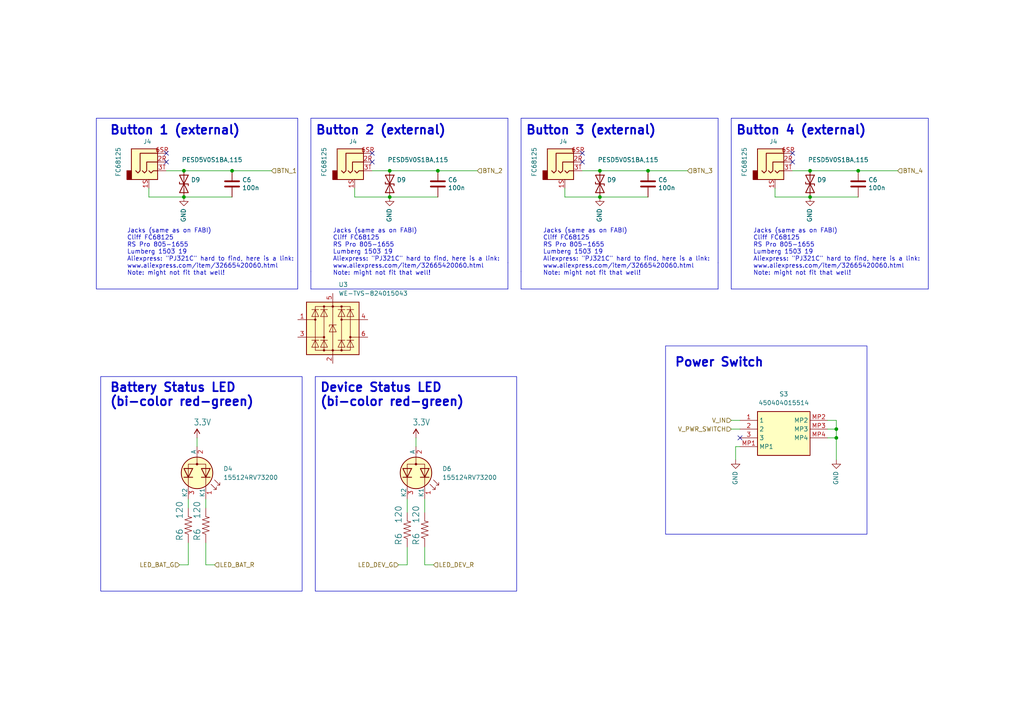
<source format=kicad_sch>
(kicad_sch (version 20230121) (generator eeschema)
  (paper "A4")
  (title_block (title "User_Interface_Peripherals"))
  (lib_symbols
    (symbol "Device:C" (pin_numbers hide) (pin_names (offset 0.254))
      (property "Reference" "C" (at 0.635 2.54 0))
      (property "Value" "C" (at 0.635 -2.54 0))
      (symbol "C_0_1"
        (polyline (pts (xy -2.032 -0.762) (xy 2.032 -0.762)) (stroke (width 0.508)))
        (polyline (pts (xy -2.032 0.762) (xy 2.032 0.762)) (stroke (width 0.508)))
      )
      (symbol "C_1_1"
        (pin passive line (at 0 3.81 270) (length 2.794) (name "~") (number "1"))
        (pin passive line (at 0 -3.81 90) (length 2.794) (name "~") (number "2"))
      )
    )
    (symbol "Device:D_TVS" (pin_numbers hide) (pin_names (offset 1.016) hide)
      (property "Reference" "D" (at 0 2.54 0))
      (property "Value" "D_TVS" (at 0 -2.54 0))
      (symbol "D_TVS_0_1"
        (polyline (pts (xy 1.27 0) (xy -1.27 0)))
        (polyline (pts (xy 0.508 1.27) (xy 0 1.27) (xy 0 -1.27) (xy -0.508 -1.27)) (stroke (width 0.254)))
        (polyline (pts (xy -2.54 1.27) (xy -2.54 -1.27) (xy 2.54 1.27) (xy 2.54 -1.27) (xy -2.54 1.27)) (stroke (width 0.254)))
      )
      (symbol "D_TVS_1_1"
        (pin passive line (at -3.81 0 0) (length 2.54) (name "A1") (number "1"))
        (pin passive line (at 3.81 0 180) (length 2.54) (name "A2") (number "2"))
      )
    )
    (symbol "Device:LED_Dual_KAK" (pin_names (offset 0))
      (property "Reference" "D" (at 0 5.715 0))
      (property "Value" "LED_Dual_KAK" (at 0 -6.35 0))
      (symbol "LED_Dual_KAK_0_1"
        (circle (center -2.54 0) (radius 0.2794) (fill (type outline)))
        (polyline (pts (xy -4.572 0) (xy -2.54 0)))
        (polyline (pts (xy 1.27 -1.27) (xy 1.27 -3.81)) (stroke (width 0.254)))
        (polyline (pts (xy 1.27 3.81) (xy 1.27 1.27)) (stroke (width 0.254)))
        (polyline (pts (xy 3.81 -2.54) (xy 1.905 -2.54)))
        (polyline (pts (xy 3.81 2.54) (xy 1.905 2.54)))
        (polyline (pts (xy -1.27 -1.27) (xy -1.27 -3.81) (xy 1.27 -2.54) (xy -1.27 -1.27)) (stroke (width 0.254)))
        (polyline (pts (xy -1.27 3.81) (xy -1.27 1.27) (xy 1.27 2.54) (xy -1.27 3.81)) (stroke (width 0.254)))
        (polyline (pts (xy 2.032 2.54) (xy -2.54 2.54) (xy -2.54 -2.54) (xy 2.032 -2.54)))
        (polyline (pts (xy 2.032 5.08) (xy 3.556 6.604) (xy 2.794 6.604) (xy 3.556 6.604) (xy 3.556 5.842)))
        (polyline (pts (xy 3.302 4.064) (xy 4.826 5.588) (xy 4.064 5.588) (xy 4.826 5.588) (xy 4.826 4.826)))
        (circle (center 0 0) (radius 4.572) (stroke (width 0.254)) (fill (type background)))
      )
      (symbol "LED_Dual_KAK_1_1"
        (pin input line (at 7.62 2.54 180) (length 3.81) (name "K1") (number "1"))
        (pin input line (at -7.62 0 0) (length 3.048) (name "A") (number "2"))
        (pin input line (at 7.62 -2.54 180) (length 3.81) (name "K2") (number "3"))
      )
    )
    (symbol "FC68125:AudioJack3_Ground"
      (property "Reference" "J" (at 0 8.89 0))
      (property "Value" "AudioJack3_Ground" (at 0 6.35 0))
      (symbol "AudioJack3_Ground_0_1"
        (rectangle (start -5.08 -2.54) (end -6.35 -5.08) (stroke (width 0.254)) (fill (type outline)))
        (polyline (pts (xy 0 -2.54) (xy 0.635 -3.175) (xy 1.27 -2.54) (xy 2.54 -2.54)) (stroke (width 0.254)))
        (polyline (pts (xy -1.905 -2.54) (xy -1.27 -3.175) (xy -0.635 -2.54) (xy -0.635 0) (xy 2.54 0)) (stroke (width 0.254)))
        (polyline (pts (xy 2.54 2.54) (xy -2.54 2.54) (xy -2.54 -2.54) (xy -3.175 -3.175) (xy -3.81 -2.54)) (stroke (width 0.254)))
        (rectangle (start 2.54 3.81) (end -5.08 -5.08) (stroke (width 0.254)) (fill (type background)))
      )
      (symbol "AudioJack3_Ground_1_1"
        (pin passive line (at 0 -7.62 90) (length 2.54) (name "~") (number "1S"))
        (pin passive line (at 5.08 0 180) (length 2.54) (name "~") (number "2R"))
        (pin passive line (at 5.08 -2.54 180) (length 2.54) (name "~") (number "3T"))
        (pin passive line (at 5.08 2.54 180) (length 2.54) (name "~") (number "6SR"))
      )
    )
    (symbol "HeadMouse:450404015514"
      (property "Reference" "S" (at 21.59 7.62 0))
      (property "Value" "450404015514" (at 21.59 5.08 0))
      (symbol "450404015514_1_1"
        (rectangle (start 5.08 2.54) (end 20.32 -10.16) (stroke (width 0.254)) (fill (type background)))
        (pin passive line (at 0 0 0) (length 5.08) (name "1") (number "1"))
        (pin passive line (at 0 -2.54 0) (length 5.08) (name "2") (number "2"))
        (pin passive line (at 0 -5.08 0) (length 5.08) (name "3") (number "3"))
        (pin passive line (at 0 -7.62 0) (length 5.08) (name "MP1") (number "MP1"))
        (pin passive line (at 25.4 0 180) (length 5.08) (name "MP2") (number "MP2"))
        (pin passive line (at 25.4 -2.54 180) (length 5.08) (name "MP3") (number "MP3"))
        (pin passive line (at 25.4 -5.08 180) (length 5.08) (name "MP4") (number "MP4"))
      )
    )
    (symbol "Power_Protection:WE-TVS-824015043" (pin_names hide)
      (property "Reference" "U" (at 0 12.7 0))
      (property "Value" "WE-TVS-824015043" (at 0 10.16 0))
      (symbol "WE-TVS-824015043_0_1"
        (rectangle (start -7.62 -7.62) (end 7.62 7.62) (stroke (width 0.254)) (fill (type background)))
        (circle (center -5.08 2.54) (radius 0.254) (fill (type outline)))
        (circle (center -2.54 -6.35) (radius 0.254) (fill (type outline)))
        (circle (center -2.54 -2.54) (radius 0.254) (fill (type outline)))
        (circle (center -2.54 6.35) (radius 0.254) (fill (type outline)))
        (rectangle (start -2.54 6.35) (end 2.54 -6.35))
        (circle (center 0 -6.35) (radius 0.254) (fill (type outline)))
        (polyline (pts (xy -5.08 2.54) (xy -7.62 2.54)))
        (polyline (pts (xy -4.064 -3.429) (xy -6.096 -3.429)))
        (polyline (pts (xy -4.064 5.461) (xy -6.096 5.461)))
        (polyline (pts (xy -2.54 -2.54) (xy -7.62 -2.54)))
        (polyline (pts (xy -1.524 -3.429) (xy -3.556 -3.429)))
        (polyline (pts (xy -1.524 5.461) (xy -3.556 5.461)))
        (polyline (pts (xy 0 -7.62) (xy 0 -6.35)))
        (polyline (pts (xy 0 -6.35) (xy 0 1.27)))
        (polyline (pts (xy 0 1.27) (xy 0 6.35)))
        (polyline (pts (xy 0 6.35) (xy 0 7.62)))
        (polyline (pts (xy 1.524 -3.429) (xy 3.556 -3.429)))
        (polyline (pts (xy 1.524 5.461) (xy 3.556 5.461)))
        (polyline (pts (xy 2.54 2.54) (xy 7.62 2.54)))
        (polyline (pts (xy 4.064 -3.429) (xy 6.096 -3.429)))
        (polyline (pts (xy 4.064 5.461) (xy 6.096 5.461)))
        (polyline (pts (xy 5.08 -2.54) (xy 7.62 -2.54)))
        (polyline (pts (xy -6.096 -5.461) (xy -4.064 -5.461) (xy -5.08 -3.429) (xy -6.096 -5.461)))
        (polyline (pts (xy -6.096 3.429) (xy -4.064 3.429) (xy -5.08 5.461) (xy -6.096 3.429)))
        (polyline (pts (xy -3.556 -5.461) (xy -1.524 -5.461) (xy -2.54 -3.429) (xy -3.556 -5.461)))
        (polyline (pts (xy -3.556 3.429) (xy -1.524 3.429) (xy -2.54 5.461) (xy -3.556 3.429)))
        (polyline (pts (xy -2.54 6.35) (xy -5.08 6.35) (xy -5.08 -6.35) (xy -2.54 -6.35)))
        (polyline (pts (xy -1.016 -1.016) (xy 1.016 -1.016) (xy 0 1.016) (xy -1.016 -1.016)))
        (polyline (pts (xy 1.016 1.016) (xy 0.762 1.016) (xy -1.016 1.016) (xy -1.016 0.508)))
        (polyline (pts (xy 2.54 6.35) (xy 5.08 6.35) (xy 5.08 -6.35) (xy 2.54 -6.35)))
        (polyline (pts (xy 3.556 -5.461) (xy 1.524 -5.461) (xy 2.54 -3.429) (xy 3.556 -5.461)))
        (polyline (pts (xy 3.556 3.429) (xy 1.524 3.429) (xy 2.54 5.461) (xy 3.556 3.429)))
        (polyline (pts (xy 6.096 -5.461) (xy 4.064 -5.461) (xy 5.08 -3.429) (xy 6.096 -5.461)))
        (polyline (pts (xy 6.096 3.429) (xy 4.064 3.429) (xy 5.08 5.461) (xy 6.096 3.429)))
        (circle (center 0 6.35) (radius 0.254) (fill (type outline)))
        (circle (center 2.54 -6.35) (radius 0.254) (fill (type outline)))
        (circle (center 2.54 2.54) (radius 0.254) (fill (type outline)))
        (circle (center 2.54 6.35) (radius 0.254) (fill (type outline)))
        (circle (center 5.08 -2.54) (radius 0.254) (fill (type outline)))
      )
      (symbol "WE-TVS-824015043_1_1"
        (pin passive line (at -10.16 2.54 0) (length 2.54) (name "I/O1") (number "1"))
        (pin passive line (at 0 -10.16 90) (length 2.54) (name "GND") (number "2"))
        (pin passive line (at -10.16 -2.54 0) (length 2.54) (name "I/O2") (number "3"))
        (pin passive line (at 10.16 2.54 180) (length 2.54) (name "I/O3") (number "4"))
        (pin passive line (at 0 10.16 270) (length 2.54) (name "VBUS") (number "5"))
        (pin passive line (at 10.16 -2.54 180) (length 2.54) (name "I/O4") (number "6"))
      )
    )
    (symbol "esp32-thing-eagle-import:27OHM1/10W1%(0603)0603-RES"
      (property "Reference" "R" (at 0 1.524 0))
      (symbol "27OHM1/10W1%(0603)0603-RES_1_0"
        (polyline (pts (xy -2.54 0) (xy -2.159 1.016)) (stroke (width 0.1524)))
        (polyline (pts (xy -2.159 1.016) (xy -1.524 -1.016)) (stroke (width 0.1524)))
        (polyline (pts (xy -1.524 -1.016) (xy -0.889 1.016)) (stroke (width 0.1524)))
        (polyline (pts (xy -0.889 1.016) (xy -0.254 -1.016)) (stroke (width 0.1524)))
        (polyline (pts (xy -0.254 -1.016) (xy 0.381 1.016)) (stroke (width 0.1524)))
        (polyline (pts (xy 0.381 1.016) (xy 1.016 -1.016)) (stroke (width 0.1524)))
        (polyline (pts (xy 1.016 -1.016) (xy 1.651 1.016)) (stroke (width 0.1524)))
        (polyline (pts (xy 1.651 1.016) (xy 2.286 -1.016)) (stroke (width 0.1524)))
        (polyline (pts (xy 2.286 -1.016) (xy 2.54 0)) (stroke (width 0.1524)))
        (pin passive line (at -5.08 0 0) (length 2.54) (name "1") (number "1"))
        (pin passive line (at 5.08 0 180) (length 2.54) (name "2") (number "2"))
      )
    )
    (symbol "esp32-thing-eagle-import:3.3V" (power)
      (property "Value" "3.3V" (at -1.016 3.556 0))
      (symbol "3.3V_1_0"
        (polyline (pts (xy 0 2.54) (xy -0.762 1.27)) (stroke (width 0.254)))
        (polyline (pts (xy 0.762 1.27) (xy 0 2.54)) (stroke (width 0.254)))
        (pin power_in line (at 0 0 90) (length 2.54) (name "3.3V") (number "1"))
      )
    )
    (symbol "power:GND" (power) (pin_names (offset 0))
      (property "Value" "GND" (at 0 -3.81 0))
      (symbol "GND_0_1"
        (polyline (pts (xy 0 0) (xy 0 -1.27) (xy 1.27 -1.27) (xy 0 -2.54) (xy -1.27 -1.27) (xy 0 -1.27)))
      )
      (symbol "GND_1_1"
        (pin power_in line (at 0 0 270) (length 0) hide (name "GND") (number "1"))
      )
    )
  )
  (junction (at 53.34 49.53))
  (junction (at 173.99 49.53))
  (junction (at 242.57 124.46))
  (junction (at 234.95 49.53))
  (junction (at 113.03 49.53))
  (junction (at 53.34 57.15))
  (junction (at 127 49.53))
  (junction (at 67.31 49.53))
  (junction (at 173.99 57.15))
  (junction (at 113.03 57.15))
  (junction (at 248.92 49.53))
  (junction (at 187.96 49.53))
  (junction (at 234.95 57.15))
  (junction (at 242.57 127))
  (no_connect (at 48.26 44.45))
  (no_connect (at 214.63 127))
  (no_connect (at 107.95 44.45))
  (no_connect (at 48.26 46.99))
  (no_connect (at 229.87 44.45))
  (no_connect (at 107.95 46.99))
  (no_connect (at 229.87 46.99))
  (no_connect (at 168.91 46.99))
  (no_connect (at 168.91 44.45))
  (polyline (pts (xy 151.13 34.29) (xy 208.28 34.29)))
  (wire (pts (xy 163.83 57.15) (xy 173.99 57.15)))
  (polyline (pts (xy 208.28 83.82) (xy 151.13 83.82)))
  (polyline (pts (xy 208.28 34.29) (xy 208.28 76.2)))
  (polyline (pts (xy 212.09 83.82) (xy 212.09 78.74)))
  (wire (pts (xy 240.03 124.46) (xy 242.57 124.46)))
  (wire (pts (xy 213.36 129.54) (xy 213.36 133.35)))
  (wire (pts (xy 173.99 57.15) (xy 187.96 57.15)))
  (wire (pts (xy 123.19 163.83) (xy 125.73 163.83)))
  (polyline (pts (xy 90.17 83.82) (xy 90.17 78.74)))
  (wire (pts (xy 54.61 157.48) (xy 54.61 163.83)))
  (wire (pts (xy 53.34 49.53) (xy 67.31 49.53)))
  (wire (pts (xy 224.79 57.15) (xy 234.95 57.15)))
  (wire (pts (xy 115.57 163.83) (xy 118.11 163.83)))
  (wire (pts (xy 53.34 57.15) (xy 67.31 57.15)))
  (wire (pts (xy 240.03 127) (xy 242.57 127)))
  (polyline (pts (xy 269.24 34.29) (xy 269.24 76.2)))
  (wire (pts (xy 127 49.53) (xy 138.43 49.53)))
  (wire (pts (xy 120.65 127) (xy 120.65 129.54)))
  (wire (pts (xy 43.18 57.15) (xy 53.34 57.15)))
  (wire (pts (xy 43.18 54.61) (xy 43.18 57.15)))
  (wire (pts (xy 240.03 121.92) (xy 242.57 121.92)))
  (wire (pts (xy 212.09 124.46) (xy 214.63 124.46)))
  (wire (pts (xy 234.95 49.53) (xy 248.92 49.53)))
  (wire (pts (xy 242.57 121.92) (xy 242.57 124.46)))
  (wire (pts (xy 102.87 57.15) (xy 113.03 57.15)))
  (wire (pts (xy 123.19 158.75) (xy 123.19 163.83)))
  (wire (pts (xy 224.79 54.61) (xy 224.79 57.15)))
  (wire (pts (xy 123.19 144.78) (xy 123.19 148.59)))
  (polyline (pts (xy 212.09 34.29) (xy 212.09 78.74)))
  (wire (pts (xy 234.95 57.15) (xy 248.92 57.15)))
  (polyline (pts (xy 208.28 76.2) (xy 208.28 83.82)))
  (wire (pts (xy 59.69 144.78) (xy 59.69 147.32)))
  (wire (pts (xy 214.63 129.54) (xy 213.36 129.54)))
  (polyline (pts (xy 90.17 34.29) (xy 147.32 34.29)))
  (wire (pts (xy 242.57 124.46) (xy 242.57 127)))
  (polyline (pts (xy 269.24 76.2) (xy 269.24 83.82)))
  (polyline (pts (xy 212.09 34.29) (xy 269.24 34.29)))
  (wire (pts (xy 168.91 49.53) (xy 173.99 49.53)))
  (polyline (pts (xy 151.13 83.82) (xy 151.13 78.74)))
  (wire (pts (xy 173.99 49.53) (xy 187.96 49.53)))
  (wire (pts (xy 242.57 127) (xy 242.57 133.35)))
  (wire (pts (xy 187.96 49.53) (xy 199.39 49.53)))
  (polyline (pts (xy 90.17 34.29) (xy 90.17 78.74)))
  (polyline (pts (xy 269.24 83.82) (xy 212.09 83.82)))
  (wire (pts (xy 48.26 49.53) (xy 53.34 49.53)))
  (wire (pts (xy 107.95 49.53) (xy 113.03 49.53)))
  (wire (pts (xy 229.87 49.53) (xy 234.95 49.53)))
  (wire (pts (xy 57.15 127) (xy 57.15 129.54)))
  (polyline (pts (xy 147.32 83.82) (xy 90.17 83.82)))
  (wire (pts (xy 59.69 157.48) (xy 59.69 163.83)))
  (wire (pts (xy 102.87 54.61) (xy 102.87 57.15)))
  (wire (pts (xy 118.11 148.59) (xy 118.11 144.78)))
  (wire (pts (xy 212.09 121.92) (xy 214.63 121.92)))
  (wire (pts (xy 113.03 57.15) (xy 127 57.15)))
  (wire (pts (xy 67.31 49.53) (xy 78.74 49.53)))
  (wire (pts (xy 248.92 49.53) (xy 260.35 49.53)))
  (polyline (pts (xy 151.13 34.29) (xy 151.13 78.74)))
  (wire (pts (xy 52.07 163.83) (xy 54.61 163.83)))
  (wire (pts (xy 59.69 163.83) (xy 62.23 163.83)))
  (polyline (pts (xy 147.32 34.29) (xy 147.32 76.2)))
  (wire (pts (xy 163.83 54.61) (xy 163.83 57.15)))
  (polyline (pts (xy 147.32 76.2) (xy 147.32 83.82)))
  (wire (pts (xy 118.11 163.83) (xy 118.11 158.75)))
  (wire (pts (xy 113.03 49.53) (xy 127 49.53)))
  (wire (pts (xy 54.61 144.78) (xy 54.61 147.32)))
  (rectangle (start 29.21 109.22) (end 87.63 171.45))
  (rectangle (start 91.44 109.22) (end 149.86 171.45))
  (rectangle (start 27.94 34.29) (end 86.36 83.82))
  (rectangle (start 193.04 100.33) (end 251.46 154.94))
  (text "Device Status LED\n(bi-color red-green)" (at 92.71 118.11 0) (effects (font (size 2.54 2.54) (thickness 0.508) bold) (justify left bottom)))
  (text "Button 3 (external)" (at 152.4 39.37 0) (effects (font (size 2.54 2.54) (thickness 0.508) bold) (justify left bottom)))
  (text "Battery Status LED\n(bi-color red-green)" (at 31.75 118.11 0) (effects (font (size 2.54 2.54) (thickness 0.508) bold) (justify left bottom)))
  (text "Power Switch" (at 195.58 106.68 0) (effects (font (size 2.54 2.54) (thickness 0.508) bold) (justify left bottom)))
  (text "Jacks (same as on FABI)\nCliff FC68125\nRS Pro 805-1655\nLumberg 1503 19\nAliexpress: \"PJ321C\" hard to find, here is a link:\nwww.aliexpress.com/item/32665420060.html\nNote: might not fit that well!" (at 218.44 80.01 0) (effects (font (size 1.27 1.27)) (justify left bottom)))
  (text "Jacks (same as on FABI)\nCliff FC68125\nRS Pro 805-1655\nLumberg 1503 19\nAliexpress: \"PJ321C\" hard to find, here is a link:\nwww.aliexpress.com/item/32665420060.html\nNote: might not fit that well!" (at 96.52 80.01 0) (effects (font (size 1.27 1.27)) (justify left bottom)))
  (text "Button 1 (external)" (at 31.75 39.37 0) (effects (font (size 2.54 2.54) (thickness 0.508) bold) (justify left bottom)))
  (text "Button 2 (external)" (at 91.44 39.37 0) (effects (font (size 2.54 2.54) (thickness 0.508) bold) (justify left bottom)))
  (text "Button 4 (external)" (at 213.36 39.37 0) (effects (font (size 2.54 2.54) (thickness 0.508) bold) (justify left bottom)))
  (text "Jacks (same as on FABI)\nCliff FC68125\nRS Pro 805-1655\nLumberg 1503 19\nAliexpress: \"PJ321C\" hard to find, here is a link:\nwww.aliexpress.com/item/32665420060.html\nNote: might not fit that well!" (at 36.83 80.01 0) (effects (font (size 1.27 1.27)) (justify left bottom)))
  (text "Jacks (same as on FABI)\nCliff FC68125\nRS Pro 805-1655\nLumberg 1503 19\nAliexpress: \"PJ321C\" hard to find, here is a link:\nwww.aliexpress.com/item/32665420060.html\nNote: might not fit that well!" (at 157.48 80.01 0) (effects (font (size 1.27 1.27)) (justify left bottom)))
  (hierarchical_label "BTN_4" (shape input) (at 260.35 49.53 0))
  (hierarchical_label "LED_BAT_G" (shape input) (at 52.07 163.83 180))
  (hierarchical_label "LED_DEV_G" (shape input) (at 115.57 163.83 180))
  (hierarchical_label "LED_BAT_R" (shape input) (at 62.23 163.83 0))
  (hierarchical_label "LED_DEV_R" (shape input) (at 125.73 163.83 0))
  (hierarchical_label "V_IN" (shape input) (at 212.09 121.92 180))
  (hierarchical_label "V_PWR_SWITCH" (shape input) (at 212.09 124.46 180))
  (hierarchical_label "BTN_1" (shape input) (at 78.74 49.53 0))
  (hierarchical_label "BTN_2" (shape input) (at 138.43 49.53 0))
  (hierarchical_label "BTN_3" (shape input) (at 199.39 49.53 0))
  (symbol (lib_id "power:GND") (at 113.03 57.15 0) (mirror y) (unit 1)
    (property "Reference" "#PWR032" (effects hide))
    (property "Value" "GND" (at 112.903 60.4012 90) (effects (justify right)))
    (instances (project "FM3_mainboard" (path "" (reference "#PWR032") (unit 1))) (project "HM_mainboard" (path "" (reference "#PWR03") (unit 1)) (path "" (reference "#PWR04") (unit 1))))
  )
  (symbol (lib_id "Device:LED_Dual_KAK") (at 120.65 137.16 270) (unit 1)
    (property "Reference" "D6" (at 128.27 135.9535 90) (effects (justify left)))
    (property "Value" "155124RV73200" (at 128.27 138.4935 90) (effects (justify left)))
    (property "Footprint" "HeadMouse:155124RV73200" (effects hide))
    (property "Datasheet" "https://www.we-online.com/components/products/datasheet/155124RV73200.pdf" (effects hide))
  )
  (symbol (lib_id "Power_Protection:WE-TVS-824015043") (at 96.52 95.25 0) (unit 1)
    (property "Reference" "U3" (at 98.1711 82.55 0) (effects (justify left)))
    (property "Value" "WE-TVS-824015043" (at 98.1711 85.09 0) (effects (justify left)))
    (property "Footprint" "Package_TO_SOT_SMD:SOT-23-6" (effects hide))
    (property "Datasheet" "https://www.we-online.com/components/products/datasheet/824015043.pdf" (effects hide))
  )
  (symbol (lib_id "esp32-thing-eagle-import:27OHM1/10W1%(0603)0603-RES") (at 118.11 153.67 90) (unit 1)
    (property "Reference" "R6" (at 116.6114 158.242 0) (effects (font (size 1.778 1.778)) (justify left bottom)))
    (property "Value" "120" (at 116.586 151.892 0) (effects (font (size 1.778 1.778)) (justify left bottom)))
    (property "Footprint" "Resistor_SMD:R_0201_0603Metric_Pad0.64x0.40mm_HandSolder" (effects hide))
    (instances (project "HM_mainboard" (path "" (reference "R6") (unit 1)) (path "" (reference "R14") (unit 1)) (path "" (reference "R13") (unit 1))) (project "esp32-thing" (path "" (reference "R13") (unit 1))))
  )
  (symbol (lib_id "FC68125:AudioJack3_Ground") (at 102.87 46.99 0) (unit 1)
    (property "Reference" "J4" (at 102.4128 41.0718 0))
    (property "Value" "FC68125" (at 93.98 46.99 90))
    (property "Footprint" "HeadMouse:FC68125" (effects hide))
    (property "Datasheet" "https://docs.rs-online.com/db52/0900766b812d152e.pdf" (effects hide))
    (property "Farnell" "2309468" (effects hide))
    (property "RS Components" "805-1655" (effects hide))
    (property "Digikey" "3185-FC68125-ND" (effects hide))
    (property "Mouser" "--" (effects hide))
    (instances (project "FM3_mainboard" (path "" (reference "J4") (unit 1))) (project "HM_mainboard" (path "" (reference "J3") (unit 1)) (path "" (reference "J3") (unit 1))))
  )
  (symbol (lib_id "Device:D_TVS") (at 53.34 53.34 270) (unit 1)
    (property "Reference" "D9" (at 55.372 52.1716 90) (effects (justify left)))
    (property "Value" "PESD5V0S1BA,115" (at 52.705 46.355 90) (effects (justify left)))
    (property "Footprint" "Diode_SMD:D_SOD-323" (effects hide))
    (property "Digikey" "1727-3837-1-ND" (effects hide))
    (property "Farnell" "8737690" (effects hide))
    (property "Mouser" "771-PESD5V0S1BA-T/R" (effects hide))
    (property "RS Components" "508-737" (effects hide))
    (instances (project "FM3_mainboard" (path "" (reference "D9") (unit 1))) (project "HM_mainboard" (path "" (reference "D7") (unit 1)) (path "" (reference "D3") (unit 1))))
  )
  (symbol (lib_id "HeadMouse:450404015514") (at 214.63 121.92 0) (unit 1)
    (property "Reference" "S3" (at 227.33 114.3 0))
    (property "Value" "450404015514" (at 227.33 116.84 0))
    (property "Footprint" "HeadMouse:450404015514" (effects hide))
    (property "Datasheet" "https://www.we-online.com/components/products/datasheet/450404015514.pdf" (effects hide))
    (property "Height" "1.4" (effects hide))
    (property "Mouser Part Number" "710-450404015514" (effects hide))
    (property "Mouser Price/Stock" "https://www.mouser.co.uk/ProductDetail/Wurth-Elektronik/450404015514?qs=sPbYRqrBIVk21%2FxsES2IZA%3D%3D" (effects hide))
    (property "Manufacturer_Name" "Wurth Elektronik" (effects hide))
    (property "Manufacturer_Part_Number" "450404015514" (effects hide))
  )
  (symbol (lib_id "power:GND") (at 242.57 133.35 0) (mirror y) (unit 1)
    (property "Reference" "#PWR032" (effects hide))
    (property "Value" "GND" (at 242.443 136.6012 90) (effects (justify right)))
    (instances (project "FM3_mainboard" (path "" (reference "#PWR032") (unit 1))) (project "HM_mainboard" (path "" (reference "#PWR03") (unit 1)) (path "" (reference "#PWR08") (unit 1))))
  )
  (symbol (lib_id "Device:C") (at 127 53.34 0) (unit 1)
    (property "Reference" "C6" (at 129.921 52.1716 0) (effects (justify left)))
    (property "Value" "100n" (at 129.921 54.483 0) (effects (justify left)))
    (property "Footprint" "Capacitor_SMD:C_0603_1608Metric_Pad1.08x0.95mm_HandSolder" (effects hide))
    (property "Digikey" "1276-CL10B104KB8NNNLCT-ND" (effects hide))
    (property "Farnell" "3013409" (effects hide))
    (property "Mouser" "581-06035C104K4" (effects hide))
    (property "RS Components" "200-6519" (effects hide))
    (instances (project "FM3_mainboard" (path "" (reference "C6") (unit 1))) (project "HM_mainboard" (path "" (reference "C13") (unit 1)) (path "" (reference "C14") (unit 1))))
  )
  (symbol (lib_id "power:GND") (at 173.99 57.15 0) (mirror y) (unit 1)
    (property "Reference" "#PWR032" (effects hide))
    (property "Value" "GND" (at 173.863 60.4012 90) (effects (justify right)))
    (instances (project "FM3_mainboard" (path "" (reference "#PWR032") (unit 1))) (project "HM_mainboard" (path "" (reference "#PWR02") (unit 1)) (path "" (reference "#PWR05") (unit 1))))
  )
  (symbol (lib_id "power:GND") (at 53.34 57.15 0) (mirror y) (unit 1)
    (property "Reference" "#PWR032" (effects hide))
    (property "Value" "GND" (at 53.213 60.4012 90) (effects (justify right)))
    (instances (project "FM3_mainboard" (path "" (reference "#PWR032") (unit 1))) (project "HM_mainboard" (path "" (reference "#PWR04") (unit 1)) (path "" (reference "#PWR03") (unit 1))))
  )
  (symbol (lib_id "esp32-thing-eagle-import:3.3V") (at 57.15 127 0) (unit 1)
    (property "Reference" "#SUPPLY08" (effects hide))
    (property "Value" "3.3V" (at 56.134 123.444 0) (effects (font (size 1.778 1.5113)) (justify left bottom)))
    (instances (project "HM_mainboard" (path "" (reference "#SUPPLY08") (unit 1)) (path "" (reference "#SUPPLY08") (unit 1)) (path "" (reference "#SUPPLY010") (unit 1))) (project "esp32-thing" (path "" (reference "#SUPPLY8") (unit 1))))
  )
  (symbol (lib_id "Device:C") (at 248.92 53.34 0) (unit 1)
    (property "Reference" "C6" (at 251.841 52.1716 0) (effects (justify left)))
    (property "Value" "100n" (at 251.841 54.483 0) (effects (justify left)))
    (property "Footprint" "Capacitor_SMD:C_0603_1608Metric_Pad1.08x0.95mm_HandSolder" (effects hide))
    (property "Digikey" "1276-CL10B104KB8NNNLCT-ND" (effects hide))
    (property "Farnell" "3013409" (effects hide))
    (property "Mouser" "581-06035C104K4" (effects hide))
    (property "RS Components" "200-6519" (effects hide))
    (instances (project "FM3_mainboard" (path "" (reference "C6") (unit 1))) (project "HM_mainboard" (path "" (reference "C1") (unit 1)) (path "" (reference "C16") (unit 1))))
  )
  (symbol (lib_id "FC68125:AudioJack3_Ground") (at 163.83 46.99 0) (unit 1)
    (property "Reference" "J4" (at 163.3728 41.0718 0))
    (property "Value" "FC68125" (at 154.94 46.99 90))
    (property "Footprint" "HeadMouse:FC68125" (effects hide))
    (property "Datasheet" "https://docs.rs-online.com/db52/0900766b812d152e.pdf" (effects hide))
    (property "Farnell" "2309468" (effects hide))
    (property "RS Components" "805-1655" (effects hide))
    (property "Digikey" "3185-FC68125-ND" (effects hide))
    (property "Mouser" "--" (effects hide))
    (instances (project "FM3_mainboard" (path "" (reference "J4") (unit 1))) (project "HM_mainboard" (path "" (reference "J2") (unit 1)) (path "" (reference "J4") (unit 1))))
  )
  (symbol (lib_id "FC68125:AudioJack3_Ground") (at 224.79 46.99 0) (unit 1)
    (property "Reference" "J4" (at 224.3328 41.0718 0))
    (property "Value" "FC68125" (at 215.9 46.99 90))
    (property "Footprint" "HeadMouse:FC68125" (effects hide))
    (property "Datasheet" "https://docs.rs-online.com/db52/0900766b812d152e.pdf" (effects hide))
    (property "Farnell" "2309468" (effects hide))
    (property "RS Components" "805-1655" (effects hide))
    (property "Digikey" "3185-FC68125-ND" (effects hide))
    (property "Mouser" "--" (effects hide))
    (instances (project "FM3_mainboard" (path "" (reference "J4") (unit 1))) (project "HM_mainboard" (path "" (reference "J1") (unit 1)) (path "" (reference "J5") (unit 1))))
  )
  (symbol (lib_id "power:GND") (at 213.36 133.35 0) (mirror y) (unit 1)
    (property "Reference" "#PWR032" (effects hide))
    (property "Value" "GND" (at 213.233 136.6012 90) (effects (justify right)))
    (instances (project "FM3_mainboard" (path "" (reference "#PWR032") (unit 1))) (project "HM_mainboard" (path "" (reference "#PWR03") (unit 1)) (path "" (reference "#PWR06") (unit 1))))
  )
  (symbol (lib_id "esp32-thing-eagle-import:3.3V") (at 120.65 127 0) (unit 1)
    (property "Reference" "#SUPPLY08" (effects hide))
    (property "Value" "3.3V" (at 119.634 123.444 0) (effects (font (size 1.778 1.5113)) (justify left bottom)))
    (instances (project "HM_mainboard" (path "" (reference "#SUPPLY08") (unit 1)) (path "" (reference "#SUPPLY08") (unit 1)) (path "" (reference "#SUPPLY011") (unit 1))) (project "esp32-thing" (path "" (reference "#SUPPLY8") (unit 1))))
  )
  (symbol (lib_id "esp32-thing-eagle-import:27OHM1/10W1%(0603)0603-RES") (at 54.61 152.4 90) (unit 1)
    (property "Reference" "R6" (at 53.1114 156.972 0) (effects (font (size 1.778 1.778)) (justify left bottom)))
    (property "Value" "120" (at 53.086 150.622 0) (effects (font (size 1.778 1.778)) (justify left bottom)))
    (property "Footprint" "Resistor_SMD:R_0201_0603Metric_Pad0.64x0.40mm_HandSolder" (effects hide))
    (instances (project "HM_mainboard" (path "" (reference "R6") (unit 1)) (path "" (reference "R14") (unit 1)) (path "" (reference "R11") (unit 1))) (project "esp32-thing" (path "" (reference "R13") (unit 1))))
  )
  (symbol (lib_id "esp32-thing-eagle-import:27OHM1/10W1%(0603)0603-RES") (at 59.69 152.4 90) (unit 1)
    (property "Reference" "R6" (at 58.1914 156.972 0) (effects (font (size 1.778 1.778)) (justify left bottom)))
    (property "Value" "120" (at 58.166 150.622 0) (effects (font (size 1.778 1.778)) (justify left bottom)))
    (property "Footprint" "Resistor_SMD:R_0201_0603Metric_Pad0.64x0.40mm_HandSolder" (effects hide))
    (instances (project "HM_mainboard" (path "" (reference "R6") (unit 1)) (path "" (reference "R14") (unit 1)) (path "" (reference "R12") (unit 1))) (project "esp32-thing" (path "" (reference "R13") (unit 1))))
  )
  (symbol (lib_id "Device:C") (at 67.31 53.34 0) (unit 1)
    (property "Reference" "C6" (at 70.231 52.1716 0) (effects (justify left)))
    (property "Value" "100n" (at 70.231 54.483 0) (effects (justify left)))
    (property "Footprint" "Capacitor_SMD:C_0603_1608Metric_Pad1.08x0.95mm_HandSolder" (effects hide))
    (property "Digikey" "1276-CL10B104KB8NNNLCT-ND" (effects hide))
    (property "Farnell" "3013409" (effects hide))
    (property "Mouser" "581-06035C104K4" (effects hide))
    (property "RS Components" "200-6519" (effects hide))
    (instances (project "FM3_mainboard" (path "" (reference "C6") (unit 1))) (project "HM_mainboard" (path "" (reference "C14") (unit 1)) (path "" (reference "C13") (unit 1))))
  )
  (symbol (lib_id "Device:D_TVS") (at 173.99 53.34 270) (unit 1)
    (property "Reference" "D9" (at 176.022 52.1716 90) (effects (justify left)))
    (property "Value" "PESD5V0S1BA,115" (at 173.355 46.355 90) (effects (justify left)))
    (property "Footprint" "Diode_SMD:D_SOD-323" (effects hide))
    (property "Digikey" "1727-3837-1-ND" (effects hide))
    (property "Farnell" "8737690" (effects hide))
    (property "Mouser" "771-PESD5V0S1BA-T/R" (effects hide))
    (property "RS Components" "508-737" (effects hide))
    (instances (project "FM3_mainboard" (path "" (reference "D9") (unit 1))) (project "HM_mainboard" (path "" (reference "D5") (unit 1)) (path "" (reference "D7") (unit 1))))
  )
  (symbol (lib_id "FC68125:AudioJack3_Ground") (at 43.18 46.99 0) (unit 1)
    (property "Reference" "J4" (at 42.7228 41.0718 0))
    (property "Value" "FC68125" (at 34.29 46.99 90))
    (property "Footprint" "HeadMouse:FC68125" (effects hide))
    (property "Datasheet" "https://docs.rs-online.com/db52/0900766b812d152e.pdf" (effects hide))
    (property "Farnell" "2309468" (effects hide))
    (property "RS Components" "805-1655" (effects hide))
    (property "Digikey" "3185-FC68125-ND" (effects hide))
    (property "Mouser" "--" (effects hide))
    (instances (project "FM3_mainboard" (path "" (reference "J4") (unit 1))) (project "HM_mainboard" (path "" (reference "J4") (unit 1)) (path "" (reference "J2") (unit 1))))
  )
  (symbol (lib_id "Device:C") (at 187.96 53.34 0) (unit 1)
    (property "Reference" "C6" (at 190.881 52.1716 0) (effects (justify left)))
    (property "Value" "100n" (at 190.881 54.483 0) (effects (justify left)))
    (property "Footprint" "Capacitor_SMD:C_0603_1608Metric_Pad1.08x0.95mm_HandSolder" (effects hide))
    (property "Digikey" "1276-CL10B104KB8NNNLCT-ND" (effects hide))
    (property "Farnell" "3013409" (effects hide))
    (property "Mouser" "581-06035C104K4" (effects hide))
    (property "RS Components" "200-6519" (effects hide))
    (instances (project "FM3_mainboard" (path "" (reference "C6") (unit 1))) (project "HM_mainboard" (path "" (reference "C12") (unit 1)) (path "" (reference "C15") (unit 1))))
  )
  (symbol (lib_id "power:GND") (at 234.95 57.15 0) (mirror y) (unit 1)
    (property "Reference" "#PWR032" (effects hide))
    (property "Value" "GND" (at 234.823 60.4012 90) (effects (justify right)))
    (instances (project "FM3_mainboard" (path "" (reference "#PWR032") (unit 1))) (project "HM_mainboard" (path "" (reference "#PWR01") (unit 1)) (path "" (reference "#PWR07") (unit 1))))
  )
  (symbol (lib_id "esp32-thing-eagle-import:27OHM1/10W1%(0603)0603-RES") (at 123.19 153.67 90) (unit 1)
    (property "Reference" "R6" (at 121.6914 158.242 0) (effects (font (size 1.778 1.778)) (justify left bottom)))
    (property "Value" "120" (at 121.666 151.892 0) (effects (font (size 1.778 1.778)) (justify left bottom)))
    (property "Footprint" "Resistor_SMD:R_0201_0603Metric_Pad0.64x0.40mm_HandSolder" (effects hide))
    (instances (project "HM_mainboard" (path "" (reference "R6") (unit 1)) (path "" (reference "R14") (unit 1)) (path "" (reference "R14") (unit 1))) (project "esp32-thing" (path "" (reference "R13") (unit 1))))
  )
  (symbol (lib_id "Device:LED_Dual_KAK") (at 57.15 137.16 270) (unit 1)
    (property "Reference" "D4" (at 64.77 135.9535 90) (effects (justify left)))
    (property "Value" "155124RV73200" (at 64.77 138.4935 90) (effects (justify left)))
    (property "Footprint" "HeadMouse:155124RV73200" (effects hide))
    (property "Datasheet" "https://www.we-online.com/components/products/datasheet/155124RV73200.pdf" (effects hide))
  )
  (symbol (lib_id "Device:D_TVS") (at 113.03 53.34 270) (unit 1)
    (property "Reference" "D9" (at 115.062 52.1716 90) (effects (justify left)))
    (property "Value" "PESD5V0S1BA,115" (at 112.395 46.355 90) (effects (justify left)))
    (property "Footprint" "Diode_SMD:D_SOD-323" (effects hide))
    (property "Digikey" "1727-3837-1-ND" (effects hide))
    (property "Farnell" "8737690" (effects hide))
    (property "Mouser" "771-PESD5V0S1BA-T/R" (effects hide))
    (property "RS Components" "508-737" (effects hide))
    (instances (project "FM3_mainboard" (path "" (reference "D9") (unit 1))) (project "HM_mainboard" (path "" (reference "D6") (unit 1)) (path "" (reference "D5") (unit 1))))
  )
  (symbol (lib_id "Device:D_TVS") (at 234.95 53.34 270) (unit 1)
    (property "Reference" "D9" (at 236.982 52.1716 90) (effects (justify left)))
    (property "Value" "PESD5V0S1BA,115" (at 234.315 46.355 90) (effects (justify left)))
    (property "Footprint" "Diode_SMD:D_SOD-323" (effects hide))
    (property "Digikey" "1727-3837-1-ND" (effects hide))
    (property "Farnell" "8737690" (effects hide))
    (property "Mouser" "771-PESD5V0S1BA-T/R" (effects hide))
    (property "RS Components" "508-737" (effects hide))
    (instances (project "FM3_mainboard" (path "" (reference "D9") (unit 1))) (project "HM_mainboard" (path "" (reference "D1") (unit 1)) (path "" (reference "D8") (unit 1))))
  )
)
</source>
